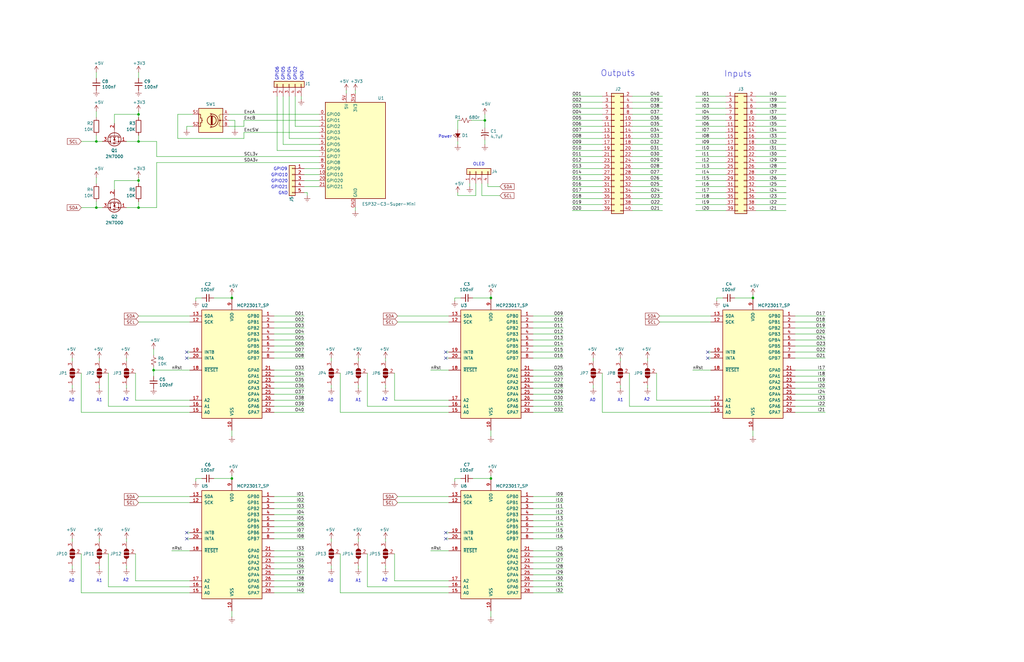
<source format=kicad_sch>
(kicad_sch (version 20231120) (generator "eeschema") (generator_version "8.0")
  (paper "B")
  (title_block (title "Super Mini Mega Tester") (date "2024-10-28"))
  (junction (at 40.64 87.63))
  (junction (at 207.01 125.73))
  (junction (at 64.77 156.21))
  (junction (at 97.79 201.93))
  (junction (at 58.42 87.63))
  (junction (at 40.64 59.69))
  (junction (at 317.5 125.73))
  (junction (at 58.42 76.2))
  (junction (at 207.01 201.93))
  (junction (at 97.79 125.73))
  (junction (at 204.47 50.8))
  (junction (at 58.42 48.26))
  (junction (at 58.42 59.69))
  (no_connect (at 187.96 148.59))
  (no_connect (at 78.74 148.59))
  (no_connect (at 187.96 224.79))
  (no_connect (at 298.45 151.13))
  (no_connect (at 187.96 151.13))
  (no_connect (at 187.96 227.33))
  (no_connect (at 78.74 224.79))
  (no_connect (at 78.74 151.13))
  (no_connect (at 298.45 148.59))
  (no_connect (at 78.74 227.33))
  (wire (pts (xy 134.62 60.96) (xy 119.38 60.96)))
  (wire (pts (xy 154.94 171.45) (xy 154.94 157.48)))
  (wire (pts (xy 127 40.64) (xy 127 41.91)))
  (wire (pts (xy 34.29 87.63) (xy 40.64 87.63)))
  (wire (pts (xy 335.28 166.37) (xy 347.98 166.37)))
  (wire (pts (xy 187.96 151.13) (xy 189.23 151.13)))
  (wire (pts (xy 128.27 146.05) (xy 115.57 146.05)))
  (wire (pts (xy 134.62 58.42) (xy 121.92 58.42)))
  (wire (pts (xy 237.49 146.05) (xy 224.79 146.05)))
  (wire (pts (xy 241.3 71.12) (xy 254 71.12)))
  (wire (pts (xy 97.79 125.73) (xy 97.79 124.46)))
  (wire (pts (xy 128.27 222.25) (xy 115.57 222.25)))
  (wire (pts (xy 115.57 166.37) (xy 128.27 166.37)))
  (wire (pts (xy 45.72 247.65) (xy 45.72 233.68)))
  (wire (pts (xy 266.7 86.36) (xy 279.4 86.36)))
  (wire (pts (xy 78.74 227.33) (xy 80.01 227.33)))
  (wire (pts (xy 85.09 201.93) (xy 82.55 201.93)))
  (wire (pts (xy 293.37 78.74) (xy 306.07 78.74)))
  (wire (pts (xy 278.13 133.35) (xy 299.72 133.35)))
  (wire (pts (xy 128.27 143.51) (xy 115.57 143.51)))
  (wire (pts (xy 45.72 171.45) (xy 45.72 157.48)))
  (wire (pts (xy 335.28 143.51) (xy 347.98 143.51)))
  (wire (pts (xy 335.28 151.13) (xy 347.98 151.13)))
  (wire (pts (xy 293.37 58.42) (xy 306.07 58.42)))
  (wire (pts (xy 116.84 63.5) (xy 116.84 40.64)))
  (wire (pts (xy 207.01 260.35) (xy 207.01 257.81)))
  (wire (pts (xy 187.96 224.79) (xy 189.23 224.79)))
  (wire (pts (xy 278.13 135.89) (xy 299.72 135.89)))
  (wire (pts (xy 293.37 86.36) (xy 306.07 86.36)))
  (wire (pts (xy 204.47 59.055) (xy 204.47 60.96)))
  (wire (pts (xy 224.79 171.45) (xy 237.49 171.45)))
  (wire (pts (xy 293.37 88.9) (xy 306.07 88.9)))
  (wire (pts (xy 347.98 133.35) (xy 335.28 133.35)))
  (wire (pts (xy 309.88 125.73) (xy 317.5 125.73)))
  (wire (pts (xy 224.79 163.83) (xy 237.49 163.83)))
  (wire (pts (xy 224.79 245.11) (xy 237.49 245.11)))
  (wire (pts (xy 241.3 60.96) (xy 254 60.96)))
  (wire (pts (xy 66.04 66.04) (xy 66.04 59.69)))
  (wire (pts (xy 254 173.99) (xy 299.72 173.99)))
  (wire (pts (xy 194.31 201.93) (xy 191.77 201.93)))
  (wire (pts (xy 237.49 133.35) (xy 224.79 133.35)))
  (wire (pts (xy 347.98 161.29) (xy 335.28 161.29)))
  (wire (pts (xy 58.42 87.63) (xy 66.04 87.63)))
  (wire (pts (xy 318.77 68.58) (xy 331.47 68.58)))
  (wire (pts (xy 53.34 227.33) (xy 53.34 228.6)))
  (wire (pts (xy 266.7 81.28) (xy 279.4 81.28)))
  (wire (pts (xy 72.39 232.41) (xy 80.01 232.41)))
  (wire (pts (xy 210.82 78.74) (xy 205.74 78.74)))
  (wire (pts (xy 318.77 83.82) (xy 331.47 83.82)))
  (wire (pts (xy 224.79 247.65) (xy 237.49 247.65)))
  (wire (pts (xy 78.74 151.13) (xy 80.01 151.13)))
  (wire (pts (xy 166.37 168.91) (xy 166.37 157.48)))
  (wire (pts (xy 241.3 45.72) (xy 254 45.72)))
  (wire (pts (xy 241.3 68.58) (xy 254 68.58)))
  (wire (pts (xy 181.61 156.21) (xy 189.23 156.21)))
  (wire (pts (xy 335.28 168.91) (xy 347.98 168.91)))
  (wire (pts (xy 64.77 149.86) (xy 64.77 147.32)))
  (wire (pts (xy 293.37 50.8) (xy 306.07 50.8)))
  (wire (pts (xy 128.27 227.33) (xy 115.57 227.33)))
  (wire (pts (xy 81.28 48.26) (xy 74.93 48.26)))
  (wire (pts (xy 58.42 212.09) (xy 80.01 212.09)))
  (wire (pts (xy 266.7 83.82) (xy 279.4 83.82)))
  (wire (pts (xy 115.57 161.29) (xy 128.27 161.29)))
  (wire (pts (xy 318.77 58.42) (xy 331.47 58.42)))
  (wire (pts (xy 318.77 73.66) (xy 331.47 73.66)))
  (wire (pts (xy 205.74 78.74) (xy 205.74 77.47)))
  (wire (pts (xy 97.79 260.35) (xy 97.79 257.81)))
  (wire (pts (xy 115.57 250.19) (xy 128.27 250.19)))
  (wire (pts (xy 128.27 148.59) (xy 115.57 148.59)))
  (wire (pts (xy 224.79 237.49) (xy 237.49 237.49)))
  (wire (pts (xy 224.79 242.57) (xy 237.49 242.57)))
  (wire (pts (xy 102.87 50.8) (xy 134.62 50.8)))
  (wire (pts (xy 181.61 232.41) (xy 189.23 232.41)))
  (wire (pts (xy 204.47 50.8) (xy 204.47 53.975)))
  (wire (pts (xy 40.64 59.69) (xy 40.64 57.15)))
  (wire (pts (xy 64.77 156.21) (xy 64.77 158.75)))
  (wire (pts (xy 347.98 140.97) (xy 335.28 140.97)))
  (wire (pts (xy 194.31 125.73) (xy 191.77 125.73)))
  (wire (pts (xy 43.18 59.69) (xy 40.64 59.69)))
  (wire (pts (xy 78.74 224.79) (xy 80.01 224.79)))
  (wire (pts (xy 96.52 50.8) (xy 99.06 50.8)))
  (wire (pts (xy 335.28 173.99) (xy 347.98 173.99)))
  (wire (pts (xy 128.27 133.35) (xy 115.57 133.35)))
  (wire (pts (xy 167.64 135.89) (xy 189.23 135.89)))
  (wire (pts (xy 128.27 140.97) (xy 115.57 140.97)))
  (wire (pts (xy 237.49 212.09) (xy 224.79 212.09)))
  (wire (pts (xy 266.7 66.04) (xy 279.4 66.04)))
  (wire (pts (xy 318.77 81.28) (xy 331.47 81.28)))
  (wire (pts (xy 266.7 76.2) (xy 279.4 76.2)))
  (wire (pts (xy 293.37 83.82) (xy 306.07 83.82)))
  (wire (pts (xy 53.34 238.76) (xy 53.34 240.03)))
  (wire (pts (xy 237.49 219.71) (xy 224.79 219.71)))
  (wire (pts (xy 347.98 158.75) (xy 335.28 158.75)))
  (wire (pts (xy 34.29 59.69) (xy 40.64 59.69)))
  (wire (pts (xy 128.27 151.13) (xy 115.57 151.13)))
  (wire (pts (xy 58.42 74.93) (xy 58.42 76.2)))
  (wire (pts (xy 115.57 242.57) (xy 128.27 242.57)))
  (wire (pts (xy 162.56 151.13) (xy 162.56 152.4)))
  (wire (pts (xy 266.7 58.42) (xy 279.4 58.42)))
  (wire (pts (xy 66.04 68.58) (xy 66.04 87.63)))
  (wire (pts (xy 261.62 151.13) (xy 261.62 152.4)))
  (wire (pts (xy 115.57 171.45) (xy 128.27 171.45)))
  (wire (pts (xy 203.2 82.55) (xy 203.2 77.47)))
  (wire (pts (xy 58.42 30.48) (xy 58.42 33.02)))
  (wire (pts (xy 115.57 156.21) (xy 128.27 156.21)))
  (wire (pts (xy 224.79 168.91) (xy 237.49 168.91)))
  (wire (pts (xy 266.7 88.9) (xy 279.4 88.9)))
  (wire (pts (xy 335.28 146.05) (xy 347.98 146.05)))
  (wire (pts (xy 241.3 55.88) (xy 254 55.88)))
  (wire (pts (xy 40.64 46.99) (xy 40.64 49.53)))
  (wire (pts (xy 57.15 245.11) (xy 80.01 245.11)))
  (wire (pts (xy 58.42 87.63) (xy 58.42 85.09)))
  (wire (pts (xy 237.49 227.33) (xy 224.79 227.33)))
  (wire (pts (xy 64.77 156.21) (xy 80.01 156.21)))
  (wire (pts (xy 292.1 156.21) (xy 299.72 156.21)))
  (wire (pts (xy 204.47 50.8) (xy 204.47 48.26)))
  (wire (pts (xy 146.05 38.1) (xy 146.05 39.37)))
  (wire (pts (xy 266.7 48.26) (xy 279.4 48.26)))
  (wire (pts (xy 121.92 58.42) (xy 121.92 40.64)))
  (wire (pts (xy 241.3 50.8) (xy 254 50.8)))
  (wire (pts (xy 302.26 125.73) (xy 302.26 127)))
  (wire (pts (xy 250.19 151.13) (xy 250.19 152.4)))
  (wire (pts (xy 266.7 78.74) (xy 279.4 78.74)))
  (wire (pts (xy 34.29 250.19) (xy 80.01 250.19)))
  (wire (pts (xy 85.09 125.73) (xy 82.55 125.73)))
  (wire (pts (xy 193.04 60.96) (xy 193.04 59.69)))
  (wire (pts (xy 143.51 250.19) (xy 189.23 250.19)))
  (wire (pts (xy 128.27 138.43) (xy 115.57 138.43)))
  (wire (pts (xy 162.56 238.76) (xy 162.56 240.03)))
  (wire (pts (xy 207.01 184.15) (xy 207.01 181.61)))
  (wire (pts (xy 276.86 168.91) (xy 276.86 157.48)))
  (wire (pts (xy 347.98 138.43) (xy 335.28 138.43)))
  (wire (pts (xy 224.79 158.75) (xy 237.49 158.75)))
  (wire (pts (xy 293.37 81.28) (xy 306.07 81.28)))
  (wire (pts (xy 154.94 247.65) (xy 189.23 247.65)))
  (wire (pts (xy 187.96 148.59) (xy 189.23 148.59)))
  (wire (pts (xy 241.3 40.64) (xy 254 40.64)))
  (wire (pts (xy 298.45 151.13) (xy 299.72 151.13)))
  (wire (pts (xy 266.7 68.58) (xy 279.4 68.58)))
  (wire (pts (xy 224.79 161.29) (xy 237.49 161.29)))
  (wire (pts (xy 134.62 55.88) (xy 102.87 55.88)))
  (wire (pts (xy 34.29 233.68) (xy 34.29 250.19)))
  (wire (pts (xy 266.7 55.88) (xy 279.4 55.88)))
  (wire (pts (xy 266.7 45.72) (xy 279.4 45.72)))
  (wire (pts (xy 347.98 163.83) (xy 335.28 163.83)))
  (wire (pts (xy 115.57 158.75) (xy 128.27 158.75)))
  (wire (pts (xy 224.79 234.95) (xy 237.49 234.95)))
  (wire (pts (xy 191.77 125.73) (xy 191.77 127)))
  (wire (pts (xy 149.86 38.1) (xy 149.86 39.37)))
  (wire (pts (xy 167.64 133.35) (xy 189.23 133.35)))
  (wire (pts (xy 151.13 238.76) (xy 151.13 240.03)))
  (wire (pts (xy 335.28 148.59) (xy 347.98 148.59)))
  (wire (pts (xy 266.7 50.8) (xy 279.4 50.8)))
  (wire (pts (xy 97.79 184.15) (xy 97.79 181.61)))
  (wire (pts (xy 143.51 173.99) (xy 189.23 173.99)))
  (wire (pts (xy 30.48 227.33) (xy 30.48 228.6)))
  (wire (pts (xy 128.27 76.2) (xy 134.62 76.2)))
  (wire (pts (xy 224.79 156.21) (xy 237.49 156.21)))
  (wire (pts (xy 58.42 133.35) (xy 80.01 133.35)))
  (wire (pts (xy 318.77 63.5) (xy 331.47 63.5)))
  (wire (pts (xy 57.15 245.11) (xy 57.15 233.68)))
  (wire (pts (xy 318.77 76.2) (xy 331.47 76.2)))
  (wire (pts (xy 90.17 125.73) (xy 97.79 125.73)))
  (wire (pts (xy 166.37 245.11) (xy 189.23 245.11)))
  (wire (pts (xy 293.37 76.2) (xy 306.07 76.2)))
  (wire (pts (xy 64.77 154.94) (xy 64.77 156.21)))
  (wire (pts (xy 115.57 163.83) (xy 128.27 163.83)))
  (wire (pts (xy 241.3 81.28) (xy 254 81.28)))
  (wire (pts (xy 115.57 168.91) (xy 128.27 168.91)))
  (wire (pts (xy 128.27 209.55) (xy 115.57 209.55)))
  (wire (pts (xy 347.98 156.21) (xy 335.28 156.21)))
  (wire (pts (xy 199.39 125.73) (xy 207.01 125.73)))
  (wire (pts (xy 224.79 232.41) (xy 237.49 232.41)))
  (wire (pts (xy 191.77 201.93) (xy 191.77 203.2)))
  (wire (pts (xy 266.7 73.66) (xy 279.4 73.66)))
  (wire (pts (xy 78.74 53.34) (xy 78.74 54.61)))
  (wire (pts (xy 96.52 48.26) (xy 134.62 48.26)))
  (wire (pts (xy 139.7 227.33) (xy 139.7 228.6)))
  (wire (pts (xy 40.64 74.93) (xy 40.64 77.47)))
  (wire (pts (xy 266.7 40.64) (xy 279.4 40.64)))
  (wire (pts (xy 48.26 80.01) (xy 48.26 76.2)))
  (wire (pts (xy 57.15 168.91) (xy 80.01 168.91)))
  (wire (pts (xy 53.34 162.56) (xy 53.34 163.83)))
  (wire (pts (xy 167.64 212.09) (xy 189.23 212.09)))
  (wire (pts (xy 293.37 68.58) (xy 306.07 68.58)))
  (wire (pts (xy 115.57 234.95) (xy 128.27 234.95)))
  (wire (pts (xy 128.27 73.66) (xy 134.62 73.66)))
  (wire (pts (xy 276.86 168.91) (xy 299.72 168.91)))
  (wire (pts (xy 128.27 71.12) (xy 134.62 71.12)))
  (wire (pts (xy 224.79 250.19) (xy 237.49 250.19)))
  (wire (pts (xy 237.49 140.97) (xy 224.79 140.97)))
  (wire (pts (xy 162.56 227.33) (xy 162.56 228.6)))
  (wire (pts (xy 53.34 59.69) (xy 58.42 59.69)))
  (wire (pts (xy 119.38 60.96) (xy 119.38 40.64)))
  (wire (pts (xy 318.77 50.8) (xy 331.47 50.8)))
  (wire (pts (xy 318.77 40.64) (xy 331.47 40.64)))
  (wire (pts (xy 128.27 78.74) (xy 134.62 78.74)))
  (wire (pts (xy 293.37 71.12) (xy 306.07 71.12)))
  (wire (pts (xy 187.96 227.33) (xy 189.23 227.33)))
  (wire (pts (xy 273.05 151.13) (xy 273.05 152.4)))
  (wire (pts (xy 261.62 162.56) (xy 261.62 163.83)))
  (wire (pts (xy 200.66 82.55) (xy 200.66 77.47)))
  (wire (pts (xy 207.01 125.73) (xy 207.01 124.46)))
  (wire (pts (xy 149.86 88.9) (xy 149.86 87.63)))
  (wire (pts (xy 97.79 201.93) (xy 97.79 200.66)))
  (wire (pts (xy 30.48 151.13) (xy 30.48 152.4)))
  (wire (pts (xy 237.49 222.25) (xy 224.79 222.25)))
  (wire (pts (xy 241.3 63.5) (xy 254 63.5)))
  (wire (pts (xy 265.43 171.45) (xy 299.72 171.45)))
  (wire (pts (xy 53.34 151.13) (xy 53.34 152.4)))
  (wire (pts (xy 129.54 82.55) (xy 129.54 81.28)))
  (wire (pts (xy 237.49 224.79) (xy 224.79 224.79)))
  (wire (pts (xy 41.91 151.13) (xy 41.91 152.4)))
  (wire (pts (xy 134.62 53.34) (xy 124.46 53.34)))
  (wire (pts (xy 207.01 201.93) (xy 207.01 200.66)))
  (wire (pts (xy 318.77 60.96) (xy 331.47 60.96)))
  (wire (pts (xy 115.57 232.41) (xy 128.27 232.41)))
  (wire (pts (xy 241.3 76.2) (xy 254 76.2)))
  (wire (pts (xy 66.04 66.04) (xy 134.62 66.04)))
  (wire (pts (xy 30.48 238.76) (xy 30.48 240.03)))
  (wire (pts (xy 48.26 48.26) (xy 58.42 48.26)))
  (wire (pts (xy 115.57 247.65) (xy 128.27 247.65)))
  (wire (pts (xy 139.7 151.13) (xy 139.7 152.4)))
  (wire (pts (xy 74.93 58.42) (xy 74.93 48.26)))
  (wire (pts (xy 82.55 125.73) (xy 82.55 127)))
  (wire (pts (xy 318.77 55.88) (xy 331.47 55.88)))
  (wire (pts (xy 237.49 214.63) (xy 224.79 214.63)))
  (wire (pts (xy 128.27 224.79) (xy 115.57 224.79)))
  (wire (pts (xy 241.3 88.9) (xy 254 88.9)))
  (wire (pts (xy 57.15 168.91) (xy 57.15 157.48)))
  (wire (pts (xy 318.77 43.18) (xy 331.47 43.18)))
  (wire (pts (xy 293.37 55.88) (xy 306.07 55.88)))
  (wire (pts (xy 128.27 219.71) (xy 115.57 219.71)))
  (wire (pts (xy 318.77 66.04) (xy 331.47 66.04)))
  (wire (pts (xy 58.42 48.26) (xy 58.42 49.53)))
  (wire (pts (xy 293.37 60.96) (xy 306.07 60.96)))
  (wire (pts (xy 241.3 83.82) (xy 254 83.82)))
  (wire (pts (xy 265.43 171.45) (xy 265.43 157.48)))
  (wire (pts (xy 304.8 125.73) (xy 302.26 125.73)))
  (wire (pts (xy 53.34 87.63) (xy 58.42 87.63)))
  (wire (pts (xy 30.48 162.56) (xy 30.48 163.83)))
  (wire (pts (xy 115.57 237.49) (xy 128.27 237.49)))
  (wire (pts (xy 266.7 71.12) (xy 279.4 71.12)))
  (wire (pts (xy 58.42 209.55) (xy 80.01 209.55)))
  (wire (pts (xy 293.37 40.64) (xy 306.07 40.64)))
  (wire (pts (xy 134.62 63.5) (xy 116.84 63.5)))
  (wire (pts (xy 151.13 151.13) (xy 151.13 152.4)))
  (wire (pts (xy 318.77 78.74) (xy 331.47 78.74)))
  (wire (pts (xy 128.27 212.09) (xy 115.57 212.09)))
  (wire (pts (xy 293.37 48.26) (xy 306.07 48.26)))
  (wire (pts (xy 317.5 125.73) (xy 317.5 124.46)))
  (wire (pts (xy 34.29 157.48) (xy 34.29 173.99)))
  (wire (pts (xy 151.13 162.56) (xy 151.13 163.83)))
  (wire (pts (xy 199.39 201.93) (xy 207.01 201.93)))
  (wire (pts (xy 43.18 87.63) (xy 40.64 87.63)))
  (wire (pts (xy 347.98 135.89) (xy 335.28 135.89)))
  (wire (pts (xy 273.05 162.56) (xy 273.05 163.83)))
  (wire (pts (xy 318.77 86.36) (xy 331.47 86.36)))
  (wire (pts (xy 241.3 48.26) (xy 254 48.26)))
  (wire (pts (xy 293.37 43.18) (xy 306.07 43.18)))
  (wire (pts (xy 34.29 173.99) (xy 80.01 173.99)))
  (wire (pts (xy 241.3 78.74) (xy 254 78.74)))
  (wire (pts (xy 162.56 162.56) (xy 162.56 163.83)))
  (wire (pts (xy 115.57 245.11) (xy 128.27 245.11)))
  (wire (pts (xy 99.06 50.8) (xy 99.06 54.61)))
  (wire (pts (xy 266.7 43.18) (xy 279.4 43.18)))
  (wire (pts (xy 139.7 238.76) (xy 139.7 240.03)))
  (wire (pts (xy 81.28 53.34) (xy 78.74 53.34)))
  (wire (pts (xy 317.5 184.15) (xy 317.5 181.61)))
  (wire (pts (xy 90.17 201.93) (xy 97.79 201.93)))
  (wire (pts (xy 167.64 209.55) (xy 189.23 209.55)))
  (wire (pts (xy 128.27 217.17) (xy 115.57 217.17)))
  (wire (pts (xy 66.04 68.58) (xy 134.62 68.58)))
  (wire (pts (xy 48.26 52.07) (xy 48.26 48.26)))
  (wire (pts (xy 224.79 240.03) (xy 237.49 240.03)))
  (wire (pts (xy 193.04 82.55) (xy 200.66 82.55)))
  (wire (pts (xy 237.49 151.13) (xy 224.79 151.13)))
  (wire (pts (xy 193.04 50.8) (xy 193.675 50.8)))
  (wire (pts (xy 143.51 157.48) (xy 143.51 173.99)))
  (wire (pts (xy 318.77 53.34) (xy 331.47 53.34)))
  (wire (pts (xy 58.42 59.69) (xy 58.42 57.15)))
  (wire (pts (xy 335.28 171.45) (xy 347.98 171.45)))
  (wire (pts (xy 143.51 233.68) (xy 143.51 250.19)))
  (wire (pts (xy 237.49 135.89) (xy 224.79 135.89)))
  (wire (pts (xy 293.37 66.04) (xy 306.07 66.04)))
  (wire (pts (xy 237.49 217.17) (xy 224.79 217.17)))
  (wire (pts (xy 48.26 76.2) (xy 58.42 76.2)))
  (wire (pts (xy 45.72 171.45) (xy 80.01 171.45)))
  (wire (pts (xy 102.87 58.42) (xy 74.93 58.42)))
  (wire (pts (xy 293.37 45.72) (xy 306.07 45.72)))
  (wire (pts (xy 237.49 209.55) (xy 224.79 209.55)))
  (wire (pts (xy 58.42 46.99) (xy 58.42 48.26)))
  (wire (pts (xy 293.37 63.5) (xy 306.07 63.5)))
  (wire (pts (xy 266.7 60.96) (xy 279.4 60.96)))
  (wire (pts (xy 102.87 55.88) (xy 102.87 58.42)))
  (wire (pts (xy 41.91 162.56) (xy 41.91 163.83)))
  (wire (pts (xy 41.91 238.76) (xy 41.91 240.03)))
  (wire (pts (xy 128.27 135.89) (xy 115.57 135.89)))
  (wire (pts (xy 241.3 58.42) (xy 254 58.42)))
  (wire (pts (xy 128.27 214.63) (xy 115.57 214.63)))
  (wire (pts (xy 115.57 173.99) (xy 128.27 173.99)))
  (wire (pts (xy 254 157.48) (xy 254 173.99)))
  (wire (pts (xy 58.42 135.89) (xy 80.01 135.89)))
  (wire (pts (xy 318.77 88.9) (xy 331.47 88.9)))
  (wire (pts (xy 129.54 81.28) (xy 128.27 81.28)))
  (wire (pts (xy 237.49 138.43) (xy 224.79 138.43)))
  (wire (pts (xy 139.7 162.56) (xy 139.7 163.83)))
  (wire (pts (xy 151.13 227.33) (xy 151.13 228.6)))
  (wire (pts (xy 115.57 240.03) (xy 128.27 240.03)))
  (wire (pts (xy 210.82 82.55) (xy 203.2 82.55)))
  (wire (pts (xy 198.12 77.47) (xy 198.12 78.74)))
  (wire (pts (xy 318.77 45.72) (xy 331.47 45.72)))
  (wire (pts (xy 154.94 171.45) (xy 189.23 171.45)))
  (wire (pts (xy 193.04 81.28) (xy 193.04 82.55)))
  (wire (pts (xy 237.49 143.51) (xy 224.79 143.51)))
  (wire (pts (xy 198.755 50.8) (xy 204.47 50.8)))
  (wire (pts (xy 266.7 53.34) (xy 279.4 53.34)))
  (wire (pts (xy 224.79 173.99) (xy 237.49 173.99)))
  (wire (pts (xy 293.37 53.34) (xy 306.07 53.34)))
  (wire (pts (xy 298.45 148.59) (xy 299.72 148.59)))
  (wire (pts (xy 250.19 162.56) (xy 250.19 163.83)))
  (wire (pts (xy 78.74 148.59) (xy 80.01 148.59)))
  (wire (pts (xy 241.3 86.36) (xy 254 86.36)))
  (wire (pts (xy 58.42 59.69) (xy 66.04 59.69)))
  (wire (pts (xy 124.46 53.34) (xy 124.46 40.64)))
  (wire (pts (xy 318.77 48.26) (xy 331.47 48.26)))
  (wire (pts (xy 96.52 53.34) (xy 102.87 53.34)))
  (wire (pts (xy 266.7 63.5) (xy 279.4 63.5)))
  (wire (pts (xy 237.49 148.59) (xy 224.79 148.59)))
  (wire (pts (xy 193.04 54.61) (xy 193.04 50.8)))
  (wire (pts (xy 45.72 247.65) (xy 80.01 247.65)))
  (wire (pts (xy 318.77 71.12) (xy 331.47 71.12)))
  (wire (pts (xy 82.55 201.93) (xy 82.55 203.2)))
  (wire (pts (xy 40.64 87.63) (xy 40.64 85.09)))
  (wire (pts (xy 224.79 166.37) (xy 237.49 166.37)))
  (wire (pts (xy 154.94 247.65) (xy 154.94 233.68)))
  (wire (pts (xy 241.3 43.18) (xy 254 43.18)))
  (wire (pts (xy 241.3 53.34) (xy 254 53.34)))
  (wire (pts (xy 241.3 66.04) (xy 254 66.04)))
  (wire (pts (xy 241.3 73.66) (xy 254 73.66)))
  (wire (pts (xy 102.87 53.34) (xy 102.87 50.8)))
  (wire (pts (xy 166.37 245.11) (xy 166.37 233.68)))
  (wire (pts (xy 40.64 30.48) (xy 40.64 33.02)))
  (wire (pts (xy 58.42 76.2) (xy 58.42 77.47)))
  (wire (pts (xy 166.37 168.91) (xy 189.23 168.91)))
  (wire (pts (xy 41.91 227.33) (xy 41.91 228.6)))
  (wire (pts (xy 293.37 73.66) (xy 306.07 73.66)))
  (text "OLED" (at 201.93 70.104 0) (effects (font (size 1.27 1.27)) (justify bottom)))
  (text "A1" (at 151.13 245.872 0) (effects (font (size 1.27 1.27)) (justify bottom)))
  (text "GPIO4" (at 122.682 34.036 90) (effects (font (size 1.27 1.27)) (justify left bottom)))
  (text "A2" (at 162.306 245.618 0) (effects (font (size 1.27 1.27)) (justify bottom)))
  (text "GND" (at 128.016 34.036 90) (effects (font (size 1.27 1.27)) (justify left bottom)))
  (text "GPIO21" (at 114.3 79.756 0) (effects (font (size 1.27 1.27)) (justify left bottom)))
  (text "GND" (at 117.348 82.296 0) (effects (font (size 1.27 1.27)) (justify left bottom)))
  (text "A1" (at 41.91 169.672 0) (effects (font (size 1.27 1.27)) (justify bottom)))
  (text "A2" (at 53.086 245.618 0) (effects (font (size 1.27 1.27)) (justify bottom)))
  (text "A2" (at 162.306 169.418 0) (effects (font (size 1.27 1.27)) (justify bottom)))
  (text "A2" (at 272.796 169.418 0) (effects (font (size 1.27 1.27)) (justify bottom)))
  (text "GPIO9" (at 115.316 72.136 0) (effects (font (size 1.27 1.27)) (justify left bottom)))
  (text "GPIO10" (at 114.3 74.676 0) (effects (font (size 1.27 1.27)) (justify left bottom)))
  (text "A0" (at 30.226 245.872 0) (effects (font (size 1.27 1.27)) (justify bottom)))
  (text "A0" (at 249.936 169.672 0) (effects (font (size 1.27 1.27)) (justify bottom)))
  (text "A2" (at 53.086 169.418 0) (effects (font (size 1.27 1.27)) (justify bottom)))
  (text "GPIO6" (at 117.602 34.036 90) (effects (font (size 1.27 1.27)) (justify left bottom)))
  (text "Inputs" (at 305.308 32.766 0) (effects (font (size 2.54 2.54)) (justify left bottom)))
  (text "A1" (at 151.13 169.672 0) (effects (font (size 1.27 1.27)) (justify bottom)))
  (text "A0" (at 139.446 245.872 0) (effects (font (size 1.27 1.27)) (justify bottom)))
  (text "GPIO5" (at 120.142 34.036 90) (effects (font (size 1.27 1.27)) (justify left bottom)))
  (text "A0" (at 139.446 169.672 0) (effects (font (size 1.27 1.27)) (justify bottom)))
  (text "GPIO2" (at 125.222 34.036 90) (effects (font (size 1.27 1.27)) (justify left bottom)))
  (text "A1" (at 261.62 169.672 0) (effects (font (size 1.27 1.27)) (justify bottom)))
  (text "Power" (at 184.785 58.42 0) (effects (font (size 1.27 1.27)) (justify left bottom)))
  (text "GPIO20" (at 114.3 77.216 0) (effects (font (size 1.27 1.27)) (justify left bottom)))
  (text "A0" (at 30.226 169.672 0) (effects (font (size 1.27 1.27)) (justify bottom)))
  (text "Outputs" (at 253.238 32.512 0) (effects (font (size 2.54 2.54)) (justify left bottom)))
  (text "A1" (at 41.91 245.872 0) (effects (font (size 1.27 1.27)) (justify bottom)))
  (label "I18" (at 295.91 83.82 0))
  (label "O28" (at 278.13 71.12 180))
  (label "I19" (at 347.98 161.29 180))
  (label "O13" (at 237.49 143.51 180))
  (label "O19" (at 241.3 86.36 0))
  (label "I35" (at 128.27 237.49 180))
  (label "O23" (at 344.17 146.05 0))
  (label "SCL3v" (at 102.87 66.04 0))
  (label "O11" (at 241.3 66.04 0))
  (label "I17" (at 295.91 81.28 0))
  (label "O22" (at 274.32 86.36 0))
  (label "I17" (at 347.98 156.21 180))
  (label "O31" (at 237.49 171.45 180))
  (label "I26" (at 237.49 234.95 180))
  (label "O13" (at 241.3 71.12 0))
  (label "O21" (at 344.17 151.13 0))
  (label "I01" (at 295.91 40.64 0))
  (label "I39" (at 327.66 43.18 180))
  (label "I31" (at 237.49 247.65 180))
  (label "O25" (at 237.49 156.21 180))
  (label "O35" (at 278.13 53.34 180))
  (label "O10" (at 237.49 135.89 180))
  (label "O30" (at 278.13 66.04 180))
  (label "I15" (at 237.49 224.79 180))
  (label "O39" (at 128.27 171.45 180))
  (label "O06" (at 241.3 53.34 0))
  (label "I25" (at 327.66 78.74 180))
  (label "I09" (at 295.91 60.96 0))
  (label "O39" (at 278.13 43.18 180))
  (label "O18" (at 347.98 135.89 180))
  (label "I24" (at 327.66 81.28 180))
  (label "O02" (at 241.3 43.18 0))
  (label "I09" (at 237.49 209.55 180))
  (label "I39" (at 128.27 247.65 180))
  (label "I30" (at 327.66 66.04 180))
  (label "O16" (at 237.49 151.13 180))
  (label "O15" (at 241.3 76.2 0))
  (label "O34" (at 278.13 55.88 180))
  (label "I06" (at 128.27 222.25 180))
  (label "I13" (at 237.49 219.71 180))
  (label "I31" (at 327.66 63.5 180))
  (label "O07" (at 128.27 148.59 180))
  (label "O26" (at 278.13 76.2 180))
  (label "I30" (at 237.49 245.11 180))
  (label "I20" (at 295.91 88.9 0))
  (label "O30" (at 237.49 168.91 180))
  (label "SDA3v" (at 102.87 68.58 0))
  (label "O14" (at 237.49 146.05 180))
  (label "I08" (at 128.27 227.33 180))
  (label "O33" (at 128.27 156.21 180))
  (label "I29" (at 237.49 242.57 180))
  (label "I29" (at 327.66 68.58 180))
  (label "O01" (at 241.3 40.64 0))
  (label "I10" (at 237.49 212.09 180))
  (label "I26" (at 327.66 76.2 180))
  (label "O18" (at 241.3 83.82 0))
  (label "EncB" (at 102.87 50.8 0))
  (label "O07" (at 241.3 55.88 0))
  (label "I14" (at 295.91 73.66 0))
  (label "O24" (at 344.17 143.51 0))
  (label "I03" (at 295.91 45.72 0))
  (label "I35" (at 327.66 53.34 180))
  (label "O14" (at 241.3 73.66 0))
  (label "I22" (at 347.98 171.45 180))
  (label "I40" (at 327.66 40.64 180))
  (label "O27" (at 237.49 161.29 180))
  (label "O20" (at 241.3 88.9 0))
  (label "O10" (at 241.3 63.5 0))
  (label "I38" (at 327.66 45.72 180))
  (label "I34" (at 128.27 234.95 180))
  (label "O38" (at 278.13 45.72 180))
  (label "O23" (at 274.32 83.82 0))
  (label "O04" (at 128.27 140.97 180))
  (label "I01" (at 128.27 209.55 180))
  (label "I07" (at 128.27 224.79 180))
  (label "I28" (at 327.66 71.12 180))
  (label "I05" (at 295.91 50.8 0))
  (label "I33" (at 128.27 232.41 180))
  (label "I11" (at 295.91 66.04 0))
  (label "O02" (at 128.27 135.89 180))
  (label "I05" (at 128.27 219.71 180))
  (label "I32" (at 237.49 250.19 180))
  (label "EncSW" (at 102.87 55.88 0))
  (label "O11" (at 237.49 138.43 180))
  (label "O32" (at 278.13 60.96 180))
  (label "I37" (at 327.66 48.26 180))
  (label "I22" (at 327.66 86.36 180))
  (label "O29" (at 237.49 166.37 180))
  (label "O40" (at 278.13 40.64 180))
  (label "O15" (at 237.49 148.59 180))
  (label "I08" (at 295.91 58.42 0))
  (label "O40" (at 128.27 173.99 180))
  (label "I12" (at 237.49 217.17 180))
  (label "O09" (at 237.49 133.35 180))
  (label "O24" (at 274.32 81.28 0))
  (label "O17" (at 241.3 81.28 0))
  (label "I38" (at 128.27 245.11 180))
  (label "O05" (at 241.3 50.8 0))
  (label "nRst" (at 292.1 156.21 0))
  (label "I04" (at 295.91 48.26 0))
  (label "I32" (at 327.66 60.96 180))
  (label "O21" (at 274.32 88.9 0))
  (label "O09" (at 241.3 60.96 0))
  (label "O04" (at 241.3 48.26 0))
  (label "O20" (at 347.98 140.97 180))
  (label "I36" (at 327.66 50.8 180))
  (label "I07" (at 295.91 55.88 0))
  (label "I11" (at 237.49 214.63 180))
  (label "O33" (at 278.13 58.42 180))
  (label "O12" (at 237.49 140.97 180))
  (label "I20" (at 347.98 163.83 180))
  (label "EncA" (at 102.87 48.26 0))
  (label "I14" (at 237.49 222.25 180))
  (label "I06" (at 295.91 53.34 0))
  (label "I36" (at 128.27 240.03 180))
  (label "I40" (at 128.27 250.19 180))
  (label "I16" (at 237.49 227.33 180))
  (label "O31" (at 278.13 63.5 180))
  (label "O37" (at 128.27 166.37 180))
  (label "O29" (at 278.13 68.58 180))
  (label "I16" (at 295.91 78.74 0))
  (label "O36" (at 128.27 163.83 180))
  (label "I04" (at 128.27 217.17 180))
  (label "O22" (at 344.17 148.59 0))
  (label "I15" (at 295.91 76.2 0))
  (label "O36" (at 278.13 50.8 180))
  (label "O34" (at 128.27 158.75 180))
  (label "O08" (at 128.27 151.13 180))
  (label "O26" (at 237.49 158.75 180))
  (label "O17" (at 347.98 133.35 180))
  (label "O05" (at 128.27 143.51 180))
  (label "I24" (at 347.98 166.37 180))
  (label "O25" (at 278.13 78.74 180))
  (label "I23" (at 347.98 168.91 180))
  (label "nRst" (at 72.39 156.21 0))
  (label "O27" (at 278.13 73.66 180))
  (label "O08" (at 241.3 58.42 0))
  (label "O38" (at 128.27 168.91 180))
  (label "I34" (at 327.66 55.88 180))
  (label "nRst" (at 181.61 232.41 0))
  (label "I27" (at 237.49 237.49 180))
  (label "I18" (at 347.98 158.75 180))
  (label "O12" (at 241.3 68.58 0))
  (label "O03" (at 128.27 138.43 180))
  (label "O16" (at 241.3 78.74 0))
  (label "O37" (at 278.13 48.26 180))
  (label "I02" (at 295.91 43.18 0))
  (label "I28" (at 237.49 240.03 180))
  (label "O01" (at 128.27 133.35 180))
  (label "I10" (at 295.91 63.5 0))
  (label "I25" (at 237.49 232.41 180))
  (label "I02" (at 128.27 212.09 180))
  (label "I23" (at 327.66 83.82 180))
  (label "I37" (at 128.27 242.57 180))
  (label "I27" (at 327.66 73.66 180))
  (label "O32" (at 237.49 173.99 180))
  (label "I33" (at 327.66 58.42 180))
  (label "O35" (at 128.27 161.29 180))
  (label "I03" (at 128.27 214.63 180))
  (label "O28" (at 237.49 163.83 180))
  (label "O19" (at 347.98 138.43 180))
  (label "nRst" (at 72.39 232.41 0))
  (label "O03" (at 241.3 45.72 0))
  (label "I12" (at 295.91 68.58 0))
  (label "O06" (at 128.27 146.05 180))
  (label "nRst" (at 181.61 156.21 0))
  (label "I21" (at 327.66 88.9 180))
  (label "I19" (at 295.91 86.36 0))
  (label "I21" (at 347.98 173.99 180))
  (label "I13" (at 295.91 71.12 0))
  (global_label "SDA" (shape input) (at 278.13 133.35 180) (property "Intersheetrefs" "${INTERSHEET_REFS}" (effects (hide yes))))
  (global_label "SCL" (shape input) (at 167.64 135.89 180) (property "Intersheetrefs" "${INTERSHEET_REFS}" (effects (hide yes))))
  (global_label "SCL" (shape input) (at 58.42 212.09 180) (property "Intersheetrefs" "${INTERSHEET_REFS}" (effects (hide yes))))
  (global_label "SDA" (shape input) (at 58.42 133.35 180) (property "Intersheetrefs" "${INTERSHEET_REFS}" (effects (hide yes))))
  (global_label "SDA" (shape input) (at 34.29 87.63 180) (property "Intersheetrefs" "${INTERSHEET_REFS}" (effects (hide yes))))
  (global_label "SCL" (shape input) (at 210.82 82.55 0) (property "Intersheetrefs" "${INTERSHEET_REFS}" (effects (hide yes))))
  (global_label "SCL" (shape input) (at 278.13 135.89 180) (property "Intersheetrefs" "${INTERSHEET_REFS}" (effects (hide yes))))
  (global_label "SDA" (shape input) (at 58.42 209.55 180) (property "Intersheetrefs" "${INTERSHEET_REFS}" (effects (hide yes))))
  (global_label "SDA" (shape input) (at 167.64 209.55 180) (property "Intersheetrefs" "${INTERSHEET_REFS}" (effects (hide yes))))
  (global_label "SCL" (shape input) (at 34.29 59.69 180) (property "Intersheetrefs" "${INTERSHEET_REFS}" (effects (hide yes))))
  (global_label "SDA" (shape input) (at 210.82 78.74 0) (property "Intersheetrefs" "${INTERSHEET_REFS}" (effects (hide yes))))
  (global_label "SCL" (shape input) (at 167.64 212.09 180) (property "Intersheetrefs" "${INTERSHEET_REFS}" (effects (hide yes))))
  (global_label "SDA" (shape input) (at 167.64 133.35 180) (property "Intersheetrefs" "${INTERSHEET_REFS}" (effects (hide yes))))
  (global_label "SCL" (shape input) (at 58.42 135.89 180) (property "Intersheetrefs" "${INTERSHEET_REFS}" (effects (hide yes))))
  (symbol (lib_id "Connector_Generic:Conn_02x20_Odd_Even") (at 259.08 63.5 0) (unit 1)
    (property "Reference" "J2" (at 260.604 37.592 0))
    (property "Value" "Conn_02x20_Odd_Even" (effects (hide yes)))
    (property "Footprint" "Connector_PinHeader_2.54mm:PinHeader_2x20_P2.54mm_Vertical" (effects (hide yes)))
    (property "Description" "Generic connector, double row, 02x20, odd/even pin numbering scheme (row 1 odd numbers, row 2 even numbers), script generated (kicad-library-utils/schlib/autogen/connector/)" (effects (hide yes)))
  )
  (symbol (lib_id "Jumper:SolderJumper_3_Open") (at 53.34 233.68 90) (unit 1)
    (property "Reference" "JP12" (at 51.308 233.6799 90) (effects (justify left)))
    (property "Value" "SolderJumper_3_Open" (effects (hide yes)))
    (property "Footprint" "Jumper:SolderJumper-3_P1.3mm_Open_RoundedPad1.0x1.5mm_NumberLabels" (effects (hide yes)))
    (property "Description" "Solder Jumper, 3-pole, open" (effects (hide yes)))
  )
  (symbol (lib_id "power:GNDREF") (at 97.79 184.15 0) (mirror y) (unit 1)
    (property "Reference" "#PWR043" (effects (hide yes)))
    (property "Value" "GNDREF" (effects (hide yes)))
  )
  (symbol (lib_id "power:+5V") (at 97.79 200.66 0) (mirror y) (unit 1)
    (property "Reference" "#PWR046" (effects (hide yes)))
    (property "Value" "+5V" (at 98.298 196.85 0))
    (property "Description" "Power symbol creates a global label with name \"+5V\"" (effects (hide yes)))
  )
  (symbol (lib_id "power:GNDREF") (at 273.05 163.83 0) (mirror y) (unit 1)
    (property "Reference" "#PWR042" (effects (hide yes)))
    (property "Value" "GNDREF" (effects (hide yes)))
    (property "Description" "Power symbol creates a global label with name \"GNDREF\" , reference supply ground" (effects (hide yes)))
  )
  (symbol (lib_id "power:GNDREF") (at 261.62 163.83 0) (mirror y) (unit 1)
    (property "Reference" "#PWR041" (effects (hide yes)))
    (property "Value" "GNDREF" (effects (hide yes)))
    (property "Description" "Power symbol creates a global label with name \"GNDREF\" , reference supply ground" (effects (hide yes)))
  )
  (symbol (lib_id "power:+3V3") (at 58.42 30.48 0) (mirror y) (unit 1)
    (property "Reference" "#PWR067" (effects (hide yes)))
    (property "Value" "+3V3" (at 58.674 26.67 0))
    (property "Description" "Power symbol creates a global label with name \"+3V3\"" (effects (hide yes)))
  )
  (symbol (lib_id "Jumper:SolderJumper_3_Open") (at 273.05 157.48 90) (unit 1)
    (property "Reference" "JP9" (at 271.018 157.4799 90) (effects (justify left)))
    (property "Value" "SolderJumper_3_Open" (effects (hide yes)))
    (property "Footprint" "Jumper:SolderJumper-3_P1.3mm_Open_RoundedPad1.0x1.5mm_NumberLabels" (effects (hide yes)))
    (property "Description" "Solder Jumper, 3-pole, open" (effects (hide yes)))
  )
  (symbol (lib_id "power:GNDREF") (at 41.91 240.03 0) (mirror y) (unit 1)
    (property "Reference" "#PWR057" (effects (hide yes)))
    (property "Value" "GNDREF" (effects (hide yes)))
    (property "Description" "Power symbol creates a global label with name \"GNDREF\" , reference supply ground" (effects (hide yes)))
  )
  (symbol (lib_id "power:+5V") (at 207.01 124.46 0) (mirror y) (unit 1)
    (property "Reference" "#PWR018" (effects (hide yes)))
    (property "Value" "+5V" (at 207.518 120.65 0))
    (property "Description" "Power symbol creates a global label with name \"+5V\"" (effects (hide yes)))
  )
  (symbol (lib_id "Device:R") (at 40.64 53.34 0) (mirror x) (unit 1)
    (property "Reference" "R2" (at 39.37 52.0699 0) (effects (justify right)))
    (property "Value" "10K" (at 39.37 54.6099 0) (effects (justify right)))
    (property "Footprint" "Resistor_THT:R_Axial_DIN0207_L6.3mm_D2.5mm_P10.16mm_Horizontal" (effects (hide yes)))
  )
  (symbol (lib_id "power:GNDREF") (at 53.34 240.03 0) (mirror y) (unit 1)
    (property "Reference" "#PWR058" (effects (hide yes)))
    (property "Value" "GNDREF" (effects (hide yes)))
    (property "Description" "Power symbol creates a global label with name \"GNDREF\" , reference supply ground" (effects (hide yes)))
  )
  (symbol (lib_id "Device:C_Small") (at 87.63 125.73 270) (unit 1)
    (property "Reference" "C2" (at 87.63 119.9134 90))
    (property "Value" "100nF" (at 87.63 122.2248 90))
    (property "Footprint" "Capacitor_THT:C_Disc_D3.8mm_W2.6mm_P2.50mm" (effects (hide yes)))
  )
  (symbol (lib_id "power:GNDREF") (at 151.13 163.83 0) (mirror y) (unit 1)
    (property "Reference" "#PWR038" (effects (hide yes)))
    (property "Value" "GNDREF" (effects (hide yes)))
    (property "Description" "Power symbol creates a global label with name \"GNDREF\" , reference supply ground" (effects (hide yes)))
  )
  (symbol (lib_id "power:GNDREF") (at 30.48 163.83 0) (mirror y) (unit 1)
    (property "Reference" "#PWR033" (effects (hide yes)))
    (property "Value" "GNDREF" (effects (hide yes)))
    (property "Description" "Power symbol creates a global label with name \"GNDREF\" , reference supply ground" (effects (hide yes)))
  )
  (symbol (lib_id "Jumper:SolderJumper_3_Open") (at 139.7 233.68 90) (unit 1)
    (property "Reference" "JP13" (at 137.668 233.6799 90) (effects (justify left)))
    (property "Value" "SolderJumper_3_Open" (effects (hide yes)))
    (property "Footprint" "Jumper:SolderJumper-3_P1.3mm_Open_RoundedPad1.0x1.5mm_NumberLabels" (effects (hide yes)))
    (property "Description" "Solder Jumper, 3-pole, open" (effects (hide yes)))
  )
  (symbol (lib_id "Jumper:SolderJumper_3_Open") (at 151.13 157.48 90) (unit 1)
    (property "Reference" "JP5" (at 149.098 157.4799 90) (effects (justify left)))
    (property "Value" "SolderJumper_3_Open" (effects (hide yes)))
    (property "Footprint" "Jumper:SolderJumper-3_P1.3mm_Open_RoundedPad1.0x1.5mm_NumberLabels" (effects (hide yes)))
    (property "Description" "Solder Jumper, 3-pole, open" (effects (hide yes)))
  )
  (symbol (lib_id "power:+3V3") (at 58.42 46.99 0) (mirror y) (unit 1)
    (property "Reference" "#PWR05" (effects (hide yes)))
    (property "Value" "+3V3" (at 58.674 43.18 0))
    (property "Description" "Power symbol creates a global label with name \"+3V3\"" (effects (hide yes)))
  )
  (symbol (lib_id "Device:C_Small") (at 64.77 161.29 180) (unit 1)
    (property "Reference" "C5" (at 67.1068 160.1216 0) (effects (justify right)))
    (property "Value" "100nF" (at 67.1068 162.433 0) (effects (justify right)))
    (property "Footprint" "Capacitor_THT:C_Disc_D3.8mm_W2.6mm_P2.50mm" (effects (hide yes)))
  )
  (symbol (lib_id "power:+5V") (at 30.48 227.33 0) (unit 1)
    (property "Reference" "#PWR050" (effects (hide yes)))
    (property "Value" "+5V" (at 29.972 223.52 0))
    (property "Description" "Power symbol creates a global label with name \"+5V\"" (effects (hide yes)))
  )
  (symbol (lib_id "AY-3-8910-rescue:+5V-power") (at 204.47 48.26 0) (unit 1)
    (property "Reference" "#PWR06" (effects (hide yes)))
    (property "Value" "+5V" (at 204.851 43.8658 0))
  )
  (symbol (lib_id "power:GNDREF") (at 58.42 38.1 0) (mirror y) (unit 1)
    (property "Reference" "#PWR065" (effects (hide yes)))
    (property "Value" "GNDREF" (effects (hide yes)))
  )
  (symbol (lib_id "Jumper:SolderJumper_3_Open") (at 30.48 233.68 90) (unit 1)
    (property "Reference" "JP10" (at 28.448 233.6799 90) (effects (justify left)))
    (property "Value" "SolderJumper_3_Open" (effects (hide yes)))
    (property "Footprint" "Jumper:SolderJumper-3_P1.3mm_Open_RoundedPad1.0x1.5mm_NumberLabels" (effects (hide yes)))
    (property "Description" "Solder Jumper, 3-pole, open" (effects (hide yes)))
  )
  (symbol (lib_id "power:+5V") (at 41.91 151.13 0) (unit 1)
    (property "Reference" "#PWR025" (effects (hide yes)))
    (property "Value" "+5V" (at 41.402 147.32 0))
    (property "Description" "Power symbol creates a global label with name \"+5V\"" (effects (hide yes)))
  )
  (symbol (lib_id "power:GNDREF") (at 78.74 54.61 0) (mirror y) (unit 1)
    (property "Reference" "#PWR07" (effects (hide yes)))
    (property "Value" "GNDREF" (effects (hide yes)))
    (property "Description" "Power symbol creates a global label with name \"GNDREF\" , reference supply ground" (effects (hide yes)))
  )
  (symbol (lib_id "Interface_Expansion:MCP23017_SP") (at 207.01 229.87 0) (unit 1)
    (property "Reference" "U6" (at 195.58 205.105 0))
    (property "Value" "MCP23017_SP" (at 215.9 205.105 0))
    (property "Footprint" "Package_DIP:DIP-28_W7.62mm" (effects (hide yes)))
    (property "Datasheet" "http://ww1.microchip.com/downloads/en/DeviceDoc/20001952C.pdf" (effects (hide yes)))
  )
  (symbol (lib_id "Device:R") (at 58.42 53.34 0) (mirror x) (unit 1)
    (property "Reference" "R3" (at 57.15 52.0699 0) (effects (justify right)))
    (property "Value" "10K" (at 57.15 54.6099 0) (effects (justify right)))
    (property "Footprint" "Resistor_THT:R_Axial_DIN0207_L6.3mm_D2.5mm_P10.16mm_Horizontal" (effects (hide yes)))
  )
  (symbol (lib_id "Jumper:SolderJumper_3_Open") (at 41.91 233.68 90) (unit 1)
    (property "Reference" "JP11" (at 39.878 233.6799 90) (effects (justify left)))
    (property "Value" "SolderJumper_3_Open" (effects (hide yes)))
    (property "Footprint" "Jumper:SolderJumper-3_P1.3mm_Open_RoundedPad1.0x1.5mm_NumberLabels" (effects (hide yes)))
    (property "Description" "Solder Jumper, 3-pole, open" (effects (hide yes)))
  )
  (symbol (lib_id "AY-3-8910-rescue:GNDREF-power") (at 127 41.91 0) (unit 1)
    (property "Reference" "#PWR03" (effects (hide yes)))
    (property "Value" "GNDREF" (effects (hide yes)))
  )
  (symbol (lib_id "Device:R_Small_US") (at 196.215 50.8 270) (unit 1)
    (property "Reference" "R1" (at 193.04 49.53 90))
    (property "Value" "680r" (at 200.025 49.53 90))
    (property "Footprint" "Resistor_THT:R_Axial_DIN0207_L6.3mm_D2.5mm_P10.16mm_Horizontal" (effects (hide yes)))
  )
  (symbol (lib_id "power:+5V") (at 53.34 151.13 0) (unit 1)
    (property "Reference" "#PWR026" (effects (hide yes)))
    (property "Value" "+5V" (at 52.832 147.32 0))
    (property "Description" "Power symbol creates a global label with name \"+5V\"" (effects (hide yes)))
  )
  (symbol (lib_id "power:+5V") (at 261.62 151.13 0) (unit 1)
    (property "Reference" "#PWR031" (effects (hide yes)))
    (property "Value" "+5V" (at 261.112 147.32 0))
    (property "Description" "Power symbol creates a global label with name \"+5V\"" (effects (hide yes)))
  )
  (symbol (lib_id "Jumper:SolderJumper_3_Open") (at 53.34 157.48 90) (unit 1)
    (property "Reference" "JP3" (at 51.308 157.4799 90) (effects (justify left)))
    (property "Value" "SolderJumper_3_Open" (effects (hide yes)))
    (property "Footprint" "Jumper:SolderJumper-3_P1.3mm_Open_RoundedPad1.0x1.5mm_NumberLabels" (effects (hide yes)))
    (property "Description" "Solder Jumper, 3-pole, open" (effects (hide yes)))
  )
  (symbol (lib_id "power:GNDREF") (at 82.55 203.2 0) (mirror y) (unit 1)
    (property "Reference" "#PWR048" (effects (hide yes)))
    (property "Value" "GNDREF" (effects (hide yes)))
  )
  (symbol (lib_id "power:+3V3") (at 149.86 38.1 0) (unit 1)
    (property "Reference" "#PWR02" (effects (hide yes)))
    (property "Value" "+3V3" (at 150.368 34.29 0))
    (property "Description" "Power symbol creates a global label with name \"+3V3\"" (effects (hide yes)))
  )
  (symbol (lib_id "Jumper:SolderJumper_3_Open") (at 162.56 233.68 90) (unit 1)
    (property "Reference" "JP15" (at 160.528 233.6799 90) (effects (justify left)))
    (property "Value" "SolderJumper_3_Open" (effects (hide yes)))
    (property "Footprint" "Jumper:SolderJumper-3_P1.3mm_Open_RoundedPad1.0x1.5mm_NumberLabels" (effects (hide yes)))
    (property "Description" "Solder Jumper, 3-pole, open" (effects (hide yes)))
  )
  (symbol (lib_id "power:GNDREF") (at 139.7 163.83 0) (mirror y) (unit 1)
    (property "Reference" "#PWR037" (effects (hide yes)))
    (property "Value" "GNDREF" (effects (hide yes)))
    (property "Description" "Power symbol creates a global label with name \"GNDREF\" , reference supply ground" (effects (hide yes)))
  )
  (symbol (lib_id "power:+5V") (at 207.01 200.66 0) (mirror y) (unit 1)
    (property "Reference" "#PWR047" (effects (hide yes)))
    (property "Value" "+5V" (at 207.518 196.85 0))
    (property "Description" "Power symbol creates a global label with name \"+5V\"" (effects (hide yes)))
  )
  (symbol (lib_id "power:GNDREF") (at 302.26 127 0) (mirror y) (unit 1)
    (property "Reference" "#PWR022" (effects (hide yes)))
    (property "Value" "GNDREF" (effects (hide yes)))
  )
  (symbol (lib_id "power:+5V") (at 162.56 151.13 0) (unit 1)
    (property "Reference" "#PWR029" (effects (hide yes)))
    (property "Value" "+5V" (at 162.052 147.32 0))
    (property "Description" "Power symbol creates a global label with name \"+5V\"" (effects (hide yes)))
  )
  (symbol (lib_id "power:GNDREF") (at 191.77 127 0) (mirror y) (unit 1)
    (property "Reference" "#PWR021" (effects (hide yes)))
    (property "Value" "GNDREF" (effects (hide yes)))
  )
  (symbol (lib_id "Jumper:SolderJumper_3_Open") (at 250.19 157.48 90) (unit 1)
    (property "Reference" "JP7" (at 248.158 157.4799 90) (effects (justify left)))
    (property "Value" "SolderJumper_3_Open" (effects (hide yes)))
    (property "Footprint" "Jumper:SolderJumper-3_P1.3mm_Open_RoundedPad1.0x1.5mm_NumberLabels" (effects (hide yes)))
    (property "Description" "Solder Jumper, 3-pole, open" (effects (hide yes)))
  )
  (symbol (lib_id "power:+5V") (at 273.05 151.13 0) (unit 1)
    (property "Reference" "#PWR032" (effects (hide yes)))
    (property "Value" "+5V" (at 272.542 147.32 0))
    (property "Description" "Power symbol creates a global label with name \"+5V\"" (effects (hide yes)))
  )
  (symbol (lib_id "AY-3-8910-rescue:GNDREF-power") (at 204.47 60.96 0) (unit 1)
    (property "Reference" "#PWR010" (effects (hide yes)))
    (property "Value" "GNDREF" (effects (hide yes)))
  )
  (symbol (lib_id "power:+5V") (at 250.19 151.13 0) (unit 1)
    (property "Reference" "#PWR030" (effects (hide yes)))
    (property "Value" "+5V" (at 249.682 147.32 0))
    (property "Description" "Power symbol creates a global label with name \"+5V\"" (effects (hide yes)))
  )
  (symbol (lib_id "power:GNDREF") (at 139.7 240.03 0) (mirror y) (unit 1)
    (property "Reference" "#PWR059" (effects (hide yes)))
    (property "Value" "GNDREF" (effects (hide yes)))
    (property "Description" "Power symbol creates a global label with name \"GNDREF\" , reference supply ground" (effects (hide yes)))
  )
  (symbol (lib_id "power:GNDREF") (at 162.56 163.83 0) (mirror y) (unit 1)
    (property "Reference" "#PWR039" (effects (hide yes)))
    (property "Value" "GNDREF" (effects (hide yes)))
    (property "Description" "Power symbol creates a global label with name \"GNDREF\" , reference supply ground" (effects (hide yes)))
  )
  (symbol (lib_id "Device:C_Small") (at 196.85 125.73 270) (unit 1)
    (property "Reference" "C3" (at 196.85 119.9134 90))
    (property "Value" "100nF" (at 196.85 122.2248 90))
    (property "Footprint" "Capacitor_THT:C_Disc_D3.8mm_W2.6mm_P2.50mm" (effects (hide yes)))
  )
  (symbol (lib_id "Jumper:SolderJumper_3_Open") (at 30.48 157.48 90) (unit 1)
    (property "Reference" "JP1" (at 28.448 157.4799 90) (effects (justify left)))
    (property "Value" "SolderJumper_3_Open" (effects (hide yes)))
    (property "Footprint" "Jumper:SolderJumper-3_P1.3mm_Open_RoundedPad1.0x1.5mm_NumberLabels" (effects (hide yes)))
    (property "Description" "Solder Jumper, 3-pole, open" (effects (hide yes)))
  )
  (symbol (lib_id "Jumper:SolderJumper_3_Open") (at 41.91 157.48 90) (unit 1)
    (property "Reference" "JP2" (at 39.878 157.4799 90) (effects (justify left)))
    (property "Value" "SolderJumper_3_Open" (effects (hide yes)))
    (property "Footprint" "Jumper:SolderJumper-3_P1.3mm_Open_RoundedPad1.0x1.5mm_NumberLabels" (effects (hide yes)))
    (property "Description" "Solder Jumper, 3-pole, open" (effects (hide yes)))
  )
  (symbol (lib_id "power:+5V") (at 151.13 151.13 0) (unit 1)
    (property "Reference" "#PWR028" (effects (hide yes)))
    (property "Value" "+5V" (at 150.622 147.32 0))
    (property "Description" "Power symbol creates a global label with name \"+5V\"" (effects (hide yes)))
  )
  (symbol (lib_id "AY-3-8910-rescue:LED_Small_ALT-Device") (at 193.04 57.15 90) (unit 1)
    (property "Reference" "D1" (at 194.7672 57.15 90) (effects (justify right)))
    (property "Value" "LED_Small_ALT" (effects (hide yes)))
    (property "Footprint" "LED_THT:LED_D5.0mm" (effects (hide yes)))
  )
  (symbol (lib_id "power:+5V") (at 139.7 151.13 0) (unit 1)
    (property "Reference" "#PWR027" (effects (hide yes)))
    (property "Value" "+5V" (at 139.192 147.32 0))
    (property "Description" "Power symbol creates a global label with name \"+5V\"" (effects (hide yes)))
  )
  (symbol (lib_id "Transistor_FET:2N7000") (at 48.26 85.09 90) (mirror x) (unit 1)
    (property "Reference" "Q2" (at 48.26 91.44 90))
    (property "Value" "2N7000" (at 48.26 93.98 90))
    (property "Footprint" "Package_TO_SOT_THT:TO-92_Inline" (effects (hide yes)))
    (property "Datasheet" "https://www.vishay.com/docs/70226/70226.pdf" (effects (hide yes)))
    (property "Description" "0.2A Id, 200V Vds, N-Channel MOSFET, 2.6V Logic Level, TO-92" (effects (hide yes)))
  )
  (symbol (lib_id "Device:C_Small") (at 307.34 125.73 270) (unit 1)
    (property "Reference" "C4" (at 307.34 119.9134 90))
    (property "Value" "100nF" (at 307.34 122.2248 90))
    (property "Footprint" "Capacitor_THT:C_Disc_D3.8mm_W2.6mm_P2.50mm" (effects (hide yes)))
  )
  (symbol (lib_id "AY-3-8910-rescue:GNDREF-power") (at 149.86 88.9 0) (unit 1)
    (property "Reference" "#PWR016" (effects (hide yes)))
    (property "Value" "GNDREF" (effects (hide yes)))
  )
  (symbol (lib_id "Device:C_Small") (at 40.64 35.56 180) (unit 1)
    (property "Reference" "C8" (at 42.9768 34.3916 0) (effects (justify right)))
    (property "Value" "100nF" (at 42.9768 36.703 0) (effects (justify right)))
    (property "Footprint" "Capacitor_THT:C_Disc_D3.8mm_W2.6mm_P2.50mm" (effects (hide yes)))
  )
  (symbol (lib_id "power:GNDREF") (at 41.91 163.83 0) (mirror y) (unit 1)
    (property "Reference" "#PWR034" (effects (hide yes)))
    (property "Value" "GNDREF" (effects (hide yes)))
    (property "Description" "Power symbol creates a global label with name \"GNDREF\" , reference supply ground" (effects (hide yes)))
  )
  (symbol (lib_id "Device:R") (at 40.64 81.28 0) (mirror x) (unit 1)
    (property "Reference" "R4" (at 39.37 80.0099 0) (effects (justify right)))
    (property "Value" "10K" (at 39.37 82.5499 0) (effects (justify right)))
    (property "Footprint" "Resistor_THT:R_Axial_DIN0207_L6.3mm_D2.5mm_P10.16mm_Horizontal" (effects (hide yes)))
  )
  (symbol (lib_id "Interface_Expansion:MCP23017_SP") (at 207.01 153.67 0) (unit 1)
    (property "Reference" "U3" (at 195.58 128.905 0))
    (property "Value" "MCP23017_SP" (at 215.9 128.905 0))
    (property "Footprint" "Package_DIP:DIP-28_W7.62mm" (effects (hide yes)))
    (property "Datasheet" "http://ww1.microchip.com/downloads/en/DeviceDoc/20001952C.pdf" (effects (hide yes)))
  )
  (symbol (lib_id "power:+3V3") (at 58.42 74.93 0) (mirror y) (unit 1)
    (property "Reference" "#PWR012" (effects (hide yes)))
    (property "Value" "+3V3" (at 58.674 71.12 0))
    (property "Description" "Power symbol creates a global label with name \"+3V3\"" (effects (hide yes)))
  )
  (symbol (lib_id "Connector_Generic:Conn_01x05") (at 121.92 35.56 90) (unit 1)
    (property "Reference" "J1" (at 129.794 35.306 90))
    (property "Value" "Conn_01x05" (effects (hide yes)))
    (property "Footprint" "Connector_PinHeader_2.54mm:PinHeader_1x05_P2.54mm_Vertical" (effects (hide yes)))
    (property "Description" "Generic connector, single row, 01x05, script generated (kicad-library-utils/schlib/autogen/connector/)" (effects (hide yes)))
  )
  (symbol (lib_id "power:GNDREF") (at 207.01 260.35 0) (mirror y) (unit 1)
    (property "Reference" "#PWR063" (effects (hide yes)))
    (property "Value" "GNDREF" (effects (hide yes)))
  )
  (symbol (lib_id "Device:C_Small") (at 87.63 201.93 270) (unit 1)
    (property "Reference" "C6" (at 87.63 196.1134 90))
    (property "Value" "100nF" (at 87.63 198.4248 90))
    (property "Footprint" "Capacitor_THT:C_Disc_D3.8mm_W2.6mm_P2.50mm" (effects (hide yes)))
  )
  (symbol (lib_id "power:+5V") (at 97.79 124.46 0) (mirror y) (unit 1)
    (property "Reference" "#PWR017" (effects (hide yes)))
    (property "Value" "+5V" (at 98.298 120.65 0))
    (property "Description" "Power symbol creates a global label with name \"+5V\"" (effects (hide yes)))
  )
  (symbol (lib_id "power:GNDREF") (at 162.56 240.03 0) (mirror y) (unit 1)
    (property "Reference" "#PWR061" (effects (hide yes)))
    (property "Value" "GNDREF" (effects (hide yes)))
    (property "Description" "Power symbol creates a global label with name \"GNDREF\" , reference supply ground" (effects (hide yes)))
  )
  (symbol (lib_id "power:+5V") (at 40.64 30.48 0) (mirror y) (unit 1)
    (property "Reference" "#PWR066" (effects (hide yes)))
    (property "Value" "+5V" (at 41.656 26.67 0))
    (property "Description" "Power symbol creates a global label with name \"+5V\"" (effects (hide yes)))
  )
  (symbol (lib_id "power:+5V") (at 40.64 74.93 0) (mirror y) (unit 1)
    (property "Reference" "#PWR011" (effects (hide yes)))
    (property "Value" "+5V" (at 41.656 71.12 0))
    (property "Description" "Power symbol creates a global label with name \"+5V\"" (effects (hide yes)))
  )
  (symbol (lib_id "Device:C_Small") (at 196.85 201.93 270) (unit 1)
    (property "Reference" "C7" (at 196.85 196.1134 90))
    (property "Value" "100nF" (at 196.85 198.4248 90))
    (property "Footprint" "Capacitor_THT:C_Disc_D3.8mm_W2.6mm_P2.50mm" (effects (hide yes)))
  )
  (symbol (lib_id "Transistor_FET:2N7000") (at 48.26 57.15 90) (mirror x) (unit 1)
    (property "Reference" "Q1" (at 48.26 63.5 90))
    (property "Value" "2N7000" (at 48.26 66.04 90))
    (property "Footprint" "Package_TO_SOT_THT:TO-92_Inline" (effects (hide yes)))
    (property "Datasheet" "https://www.vishay.com/docs/70226/70226.pdf" (effects (hide yes)))
    (property "Description" "0.2A Id, 200V Vds, N-Channel MOSFET, 2.6V Logic Level, TO-92" (effects (hide yes)))
  )
  (symbol (lib_id "power:+5V") (at 53.34 227.33 0) (unit 1)
    (property "Reference" "#PWR052" (effects (hide yes)))
    (property "Value" "+5V" (at 52.832 223.52 0))
    (property "Description" "Power symbol creates a global label with name \"+5V\"" (effects (hide yes)))
  )
  (symbol (lib_id "power:GNDREF") (at 82.55 127 0) (mirror y) (unit 1)
    (property "Reference" "#PWR020" (effects (hide yes)))
    (property "Value" "GNDREF" (effects (hide yes)))
  )
  (symbol (lib_id "power:+5V") (at 162.56 227.33 0) (unit 1)
    (property "Reference" "#PWR055" (effects (hide yes)))
    (property "Value" "+5V" (at 162.052 223.52 0))
    (property "Description" "Power symbol creates a global label with name \"+5V\"" (effects (hide yes)))
  )
  (symbol (lib_id "power:GNDREF") (at 207.01 184.15 0) (mirror y) (unit 1)
    (property "Reference" "#PWR044" (effects (hide yes)))
    (property "Value" "GNDREF" (effects (hide yes)))
  )
  (symbol (lib_id "Interface_Expansion:MCP23017_SP") (at 97.79 229.87 0) (unit 1)
    (property "Reference" "U5" (at 86.36 205.105 0))
    (property "Value" "MCP23017_SP" (at 106.68 205.105 0))
    (property "Footprint" "Package_DIP:DIP-28_W7.62mm" (effects (hide yes)))
    (property "Datasheet" "http://ww1.microchip.com/downloads/en/DeviceDoc/20001952C.pdf" (effects (hide yes)))
  )
  (symbol (lib_id "AY-3-8910-rescue:CP1_Small-Device") (at 204.47 56.515 0) (unit 1)
    (property "Reference" "C1" (at 206.7814 55.3466 0) (effects (justify left)))
    (property "Value" "4.7uF" (at 206.7814 57.658 0) (effects (justify left)))
    (property "Footprint" "Capacitor_THT:CP_Radial_D5.0mm_P2.50mm" (effects (hide yes)))
  )
  (symbol (lib_id "Connector_Generic:Conn_02x20_Odd_Even") (at 311.15 63.5 0) (unit 1)
    (property "Reference" "J3" (at 312.42 37.592 0))
    (property "Value" "Conn_02x20_Odd_Even" (effects (hide yes)))
    (property "Footprint" "Connector_PinHeader_2.54mm:PinHeader_2x20_P2.54mm_Vertical" (effects (hide yes)))
    (property "Description" "Generic connector, double row, 02x20, odd/even pin numbering scheme (row 1 odd numbers, row 2 even numbers), script generated (kicad-library-utils/schlib/autogen/connector/)" (effects (hide yes)))
  )
  (symbol (lib_id "power:+5V") (at 317.5 124.46 0) (mirror y) (unit 1)
    (property "Reference" "#PWR019" (effects (hide yes)))
    (property "Value" "+5V" (at 318.008 120.65 0))
    (property "Description" "Power symbol creates a global label with name \"+5V\"" (effects (hide yes)))
  )
  (symbol (lib_id "power:+5V") (at 151.13 227.33 0) (unit 1)
    (property "Reference" "#PWR054" (effects (hide yes)))
    (property "Value" "+5V" (at 150.622 223.52 0))
    (property "Description" "Power symbol creates a global label with name \"+5V\"" (effects (hide yes)))
  )
  (symbol (lib_id "Device:R_Small_US") (at 64.77 152.4 0) (unit 1)
    (property "Reference" "R6" (at 66.4972 151.2316 0) (effects (justify left)))
    (property "Value" "10K" (at 66.4972 153.543 0) (effects (justify left)))
    (property "Footprint" "Resistor_THT:R_Axial_DIN0207_L6.3mm_D2.5mm_P10.16mm_Horizontal" (effects (hide yes)))
  )
  (symbol (lib_id "ESP32-c3-Super-Mini:ESP32-C3-Super-Mini") (at 149.86 63.5 0) (unit 1)
    (property "Reference" "U1" (at 159.258 41.4019 0) (effects (justify left)))
    (property "Value" "ESP32-C3-Super-Mini" (at 152.654 86.1059 0) (effects (justify left)))
    (property "Footprint" "footprints:ESP32C3_Super_Mini" (effects (hide yes)))
  )
  (symbol (lib_id "power:GNDREF") (at 64.77 163.83 0) (mirror y) (unit 1)
    (property "Reference" "#PWR036" (effects (hide yes)))
    (property "Value" "GNDREF" (effects (hide yes)))
  )
  (symbol (lib_id "Connector_Generic:Conn_01x04") (at 200.66 72.39 90) (unit 1)
    (property "Reference" "J4" (at 208.534 72.39 90))
    (property "Value" "Conn_01x04" (effects (hide yes)))
    (property "Footprint" "Connector_PinHeader_2.54mm:PinHeader_1x04_P2.54mm_Vertical" (effects (hide yes)))
    (property "Description" "Generic connector, single row, 01x04, script generated (kicad-library-utils/schlib/autogen/connector/)" (effects (hide yes)))
  )
  (symbol (lib_id "power:GNDREF") (at 30.48 240.03 0) (mirror y) (unit 1)
    (property "Reference" "#PWR056" (effects (hide yes)))
    (property "Value" "GNDREF" (effects (hide yes)))
    (property "Description" "Power symbol creates a global label with name \"GNDREF\" , reference supply ground" (effects (hide yes)))
  )
  (symbol (lib_id "power:GNDREF") (at 99.06 54.61 0) (mirror y) (unit 1)
    (property "Reference" "#PWR08" (effects (hide yes)))
    (property "Value" "GNDREF" (effects (hide yes)))
    (property "Description" "Power symbol creates a global label with name \"GNDREF\" , reference supply ground" (effects (hide yes)))
  )
  (symbol (lib_id "power:+5V") (at 40.64 46.99 0) (mirror y) (unit 1)
    (property "Reference" "#PWR04" (effects (hide yes)))
    (property "Value" "+5V" (at 41.656 43.18 0))
    (property "Description" "Power symbol creates a global label with name \"+5V\"" (effects (hide yes)))
  )
  (symbol (lib_id "power:GNDREF") (at 97.79 260.35 0) (mirror y) (unit 1)
    (property "Reference" "#PWR062" (effects (hide yes)))
    (property "Value" "GNDREF" (effects (hide yes)))
  )
  (symbol (lib_id "Interface_Expansion:MCP23017_SP") (at 317.5 153.67 0) (unit 1)
    (property "Reference" "U4" (at 306.07 128.905 0))
    (property "Value" "MCP23017_SP" (at 326.39 128.905 0))
    (property "Footprint" "Package_DIP:DIP-28_W7.62mm" (effects (hide yes)))
    (property "Datasheet" "http://ww1.microchip.com/downloads/en/DeviceDoc/20001952C.pdf" (effects (hide yes)))
  )
  (symbol (lib_id "Interface_Expansion:MCP23017_SP") (at 97.79 153.67 0) (unit 1)
    (property "Reference" "U2" (at 86.36 128.905 0))
    (property "Value" "MCP23017_SP" (at 106.68 128.905 0))
    (property "Footprint" "Package_DIP:DIP-28_W7.62mm" (effects (hide yes)))
    (property "Datasheet" "http://ww1.microchip.com/downloads/en/DeviceDoc/20001952C.pdf" (effects (hide yes)))
  )
  (symbol (lib_id "power:GNDREF") (at 151.13 240.03 0) (mirror y) (unit 1)
    (property "Reference" "#PWR060" (effects (hide yes)))
    (property "Value" "GNDREF" (effects (hide yes)))
    (property "Description" "Power symbol creates a global label with name \"GNDREF\" , reference supply ground" (effects (hide yes)))
  )
  (symbol (lib_id "power:+5V") (at 139.7 227.33 0) (unit 1)
    (property "Reference" "#PWR053" (effects (hide yes)))
    (property "Value" "+5V" (at 139.192 223.52 0))
    (property "Description" "Power symbol creates a global label with name \"+5V\"" (effects (hide yes)))
  )
  (symbol (lib_id "Device:R") (at 58.42 81.28 0) (mirror x) (unit 1)
    (property "Reference" "R5" (at 57.15 80.0099 0) (effects (justify right)))
    (property "Value" "10K" (at 57.15 82.5499 0) (effects (justify right)))
    (property "Footprint" "Resistor_THT:R_Axial_DIN0207_L6.3mm_D2.5mm_P10.16mm_Horizontal" (effects (hide yes)))
  )
  (symbol (lib_id "power:GNDREF") (at 317.5 184.15 0) (mirror y) (unit 1)
    (property "Reference" "#PWR045" (effects (hide yes)))
    (property "Value" "GNDREF" (effects (hide yes)))
  )
  (symbol (lib_id "power:+5V") (at 41.91 227.33 0) (unit 1)
    (property "Reference" "#PWR051" (effects (hide yes)))
    (property "Value" "+5V" (at 41.402 223.52 0))
    (property "Description" "Power symbol creates a global label with name \"+5V\"" (effects (hide yes)))
  )
  (symbol (lib_id "power:GNDREF") (at 250.19 163.83 0) (mirror y) (unit 1)
    (property "Reference" "#PWR040" (effects (hide yes)))
    (property "Value" "GNDREF" (effects (hide yes)))
    (property "Description" "Power symbol creates a global label with name \"GNDREF\" , reference supply ground" (effects (hide yes)))
  )
  (symbol (lib_id "power:+5V") (at 193.04 81.28 0) (mirror y) (unit 1)
    (property "Reference" "#PWR014" (effects (hide yes)))
    (property "Value" "+5V" (at 193.548 77.47 0))
    (property "Description" "Power symbol creates a global label with name \"+5V\"" (effects (hide yes)))
  )
  (symbol (lib_id "power:GNDREF") (at 198.12 78.74 0) (unit 1)
    (property "Reference" "#PWR013" (effects (hide yes)))
    (property "Value" "GNDREF" (effects (hide yes)))
    (property "Description" "Power symbol creates a global label with name \"GNDREF\" , reference supply ground" (effects (hide yes)))
  )
  (symbol (lib_id "Jumper:SolderJumper_3_Open") (at 261.62 157.48 90) (unit 1)
    (property "Reference" "JP8" (at 259.588 157.4799 90) (effects (justify left)))
    (property "Value" "SolderJumper_3_Open" (effects (hide yes)))
    (property "Footprint" "Jumper:SolderJumper-3_P1.3mm_Open_RoundedPad1.0x1.5mm_NumberLabels" (effects (hide yes)))
    (property "Description" "Solder Jumper, 3-pole, open" (effects (hide yes)))
  )
  (symbol (lib_id "Device:C_Small") (at 58.42 35.56 180) (unit 1)
    (property "Reference" "C9" (at 60.7568 34.3916 0) (effects (justify right)))
    (property "Value" "100nF" (at 60.7568 36.703 0) (effects (justify right)))
    (property "Footprint" "Capacitor_THT:C_Disc_D3.8mm_W2.6mm_P2.50mm" (effects (hide yes)))
  )
  (symbol (lib_id "power:+5V") (at 30.48 151.13 0) (unit 1)
    (property "Reference" "#PWR024" (effects (hide yes)))
    (property "Value" "+5V" (at 29.972 147.32 0))
    (property "Description" "Power symbol creates a global label with name \"+5V\"" (effects (hide yes)))
  )
  (symbol (lib_id "power:GNDREF") (at 53.34 163.83 0) (mirror y) (unit 1)
    (property "Reference" "#PWR035" (effects (hide yes)))
    (property "Value" "GNDREF" (effects (hide yes)))
    (property "Description" "Power symbol creates a global label with name \"GNDREF\" , reference supply ground" (effects (hide yes)))
  )
  (symbol (lib_id "AY-3-8910-rescue:GNDREF-power") (at 129.54 82.55 0) (unit 1)
    (property "Reference" "#PWR015" (effects (hide yes)))
    (property "Value" "GNDREF" (effects (hide yes)))
  )
  (symbol (lib_id "power:+5V") (at 146.05 38.1 0) (unit 1)
    (property "Reference" "#PWR01" (effects (hide yes)))
    (property "Value" "+5V" (at 145.034 34.29 0))
    (property "Description" "Power symbol creates a global label with name \"+5V\"" (effects (hide yes)))
  )
  (symbol (lib_id "power:GNDREF") (at 40.64 38.1 0) (mirror y) (unit 1)
    (property "Reference" "#PWR064" (effects (hide yes)))
    (property "Value" "GNDREF" (effects (hide yes)))
  )
  (symbol (lib_id "Jumper:SolderJumper_3_Open") (at 162.56 157.48 90) (unit 1)
    (property "Reference" "JP6" (at 160.528 157.4799 90) (effects (justify left)))
    (property "Value" "SolderJumper_3_Open" (effects (hide yes)))
    (property "Footprint" "Jumper:SolderJumper-3_P1.3mm_Open_RoundedPad1.0x1.5mm_NumberLabels" (effects (hide yes)))
    (property "Description" "Solder Jumper, 3-pole, open" (effects (hide yes)))
  )
  (symbol (lib_id "AY-3-8910-rescue:GNDREF-power") (at 193.04 60.96 0) (unit 1)
    (property "Reference" "#PWR09" (effects (hide yes)))
    (property "Value" "GNDREF" (effects (hide yes)))
  )
  (symbol (lib_id "Connector_Generic:Conn_01x05") (at 123.19 76.2 0) (mirror y) (unit 1)
    (property "Reference" "J5" (at 122.936 84.074 90))
    (property "Value" "Conn_01x05" (effects (hide yes)))
    (property "Footprint" "Connector_PinHeader_2.54mm:PinHeader_1x05_P2.54mm_Vertical" (effects (hide yes)))
    (property "Description" "Generic connector, single row, 01x05, script generated (kicad-library-utils/schlib/autogen/connector/)" (effects (hide yes)))
  )
  (symbol (lib_id "Jumper:SolderJumper_3_Open") (at 151.13 233.68 90) (unit 1)
    (property "Reference" "JP14" (at 149.098 233.6799 90) (effects (justify left)))
    (property "Value" "SolderJumper_3_Open" (effects (hide yes)))
    (property "Footprint" "Jumper:SolderJumper-3_P1.3mm_Open_RoundedPad1.0x1.5mm_NumberLabels" (effects (hide yes)))
    (property "Description" "Solder Jumper, 3-pole, open" (effects (hide yes)))
  )
  (symbol (lib_id "Jumper:SolderJumper_3_Open") (at 139.7 157.48 90) (unit 1)
    (property "Reference" "JP4" (at 137.668 157.4799 90) (effects (justify left)))
    (property "Value" "SolderJumper_3_Open" (effects (hide yes)))
    (property "Footprint" "Jumper:SolderJumper-3_P1.3mm_Open_RoundedPad1.0x1.5mm_NumberLabels" (effects (hide yes)))
    (property "Description" "Solder Jumper, 3-pole, open" (effects (hide yes)))
  )
  (symbol (lib_id "Device:RotaryEncoder_Switch") (at 88.9 50.8 0) (mirror y) (unit 1)
    (property "Reference" "SW1" (at 88.9 43.942 0))
    (property "Value" "RotaryEncoder_Switch" (effects (hide yes)))
    (property "Footprint" "Rotary_Encoder:RotaryEncoder_Alps_EC11E-Switch_Vertical_H20mm_CircularMountingHoles" (effects (hide yes)))
    (property "Description" "Rotary encoder, dual channel, incremental quadrate outputs, with switch" (effects (hide yes)))
  )
  (symbol (lib_id "power:GNDREF") (at 191.77 203.2 0) (mirror y) (unit 1)
    (property "Reference" "#PWR049" (effects (hide yes)))
    (property "Value" "GNDREF" (effects (hide yes)))
  )
  (symbol (lib_id "power:+5V") (at 64.77 147.32 0) (mirror y) (unit 1)
    (property "Reference" "#PWR023" (effects (hide yes)))
    (property "Value" "+5V" (at 65.278 143.51 0))
    (property "Description" "Power symbol creates a global label with name \"+5V\"" (effects (hide yes)))
  )
)
</source>
